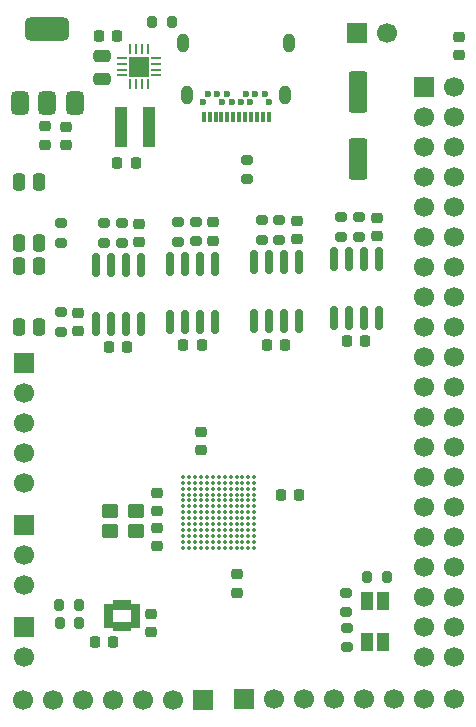
<source format=gbr>
%TF.GenerationSoftware,KiCad,Pcbnew,9.0.4*%
%TF.CreationDate,2025-09-29T22:44:47+03:00*%
%TF.ProjectId,Asius2,41736975-7332-42e6-9b69-6361645f7063,rev?*%
%TF.SameCoordinates,Original*%
%TF.FileFunction,Soldermask,Top*%
%TF.FilePolarity,Negative*%
%FSLAX46Y46*%
G04 Gerber Fmt 4.6, Leading zero omitted, Abs format (unit mm)*
G04 Created by KiCad (PCBNEW 9.0.4) date 2025-09-29 22:44:47*
%MOMM*%
%LPD*%
G01*
G04 APERTURE LIST*
G04 Aperture macros list*
%AMRoundRect*
0 Rectangle with rounded corners*
0 $1 Rounding radius*
0 $2 $3 $4 $5 $6 $7 $8 $9 X,Y pos of 4 corners*
0 Add a 4 corners polygon primitive as box body*
4,1,4,$2,$3,$4,$5,$6,$7,$8,$9,$2,$3,0*
0 Add four circle primitives for the rounded corners*
1,1,$1+$1,$2,$3*
1,1,$1+$1,$4,$5*
1,1,$1+$1,$6,$7*
1,1,$1+$1,$8,$9*
0 Add four rect primitives between the rounded corners*
20,1,$1+$1,$2,$3,$4,$5,0*
20,1,$1+$1,$4,$5,$6,$7,0*
20,1,$1+$1,$6,$7,$8,$9,0*
20,1,$1+$1,$8,$9,$2,$3,0*%
G04 Aperture macros list end*
%ADD10C,0.010000*%
%ADD11RoundRect,0.225000X0.250000X-0.225000X0.250000X0.225000X-0.250000X0.225000X-0.250000X-0.225000X0*%
%ADD12R,1.700000X1.700000*%
%ADD13C,1.700000*%
%ADD14RoundRect,0.200000X-0.200000X-0.275000X0.200000X-0.275000X0.200000X0.275000X-0.200000X0.275000X0*%
%ADD15RoundRect,0.225000X0.225000X0.250000X-0.225000X0.250000X-0.225000X-0.250000X0.225000X-0.250000X0*%
%ADD16RoundRect,0.225000X-0.250000X0.225000X-0.250000X-0.225000X0.250000X-0.225000X0.250000X0.225000X0*%
%ADD17RoundRect,0.250000X0.550000X-1.500000X0.550000X1.500000X-0.550000X1.500000X-0.550000X-1.500000X0*%
%ADD18RoundRect,0.062500X0.350000X0.062500X-0.350000X0.062500X-0.350000X-0.062500X0.350000X-0.062500X0*%
%ADD19RoundRect,0.062500X0.062500X0.350000X-0.062500X0.350000X-0.062500X-0.350000X0.062500X-0.350000X0*%
%ADD20R,1.680000X1.680000*%
%ADD21R,0.980000X3.400000*%
%ADD22RoundRect,0.250000X-0.475000X0.250000X-0.475000X-0.250000X0.475000X-0.250000X0.475000X0.250000X0*%
%ADD23RoundRect,0.225000X-0.225000X-0.250000X0.225000X-0.250000X0.225000X0.250000X-0.225000X0.250000X0*%
%ADD24R,0.300000X0.900000*%
%ADD25C,0.600000*%
%ADD26O,1.000000X1.600000*%
%ADD27RoundRect,0.200000X-0.275000X0.200000X-0.275000X-0.200000X0.275000X-0.200000X0.275000X0.200000X0*%
%ADD28RoundRect,0.150000X0.150000X-0.825000X0.150000X0.825000X-0.150000X0.825000X-0.150000X-0.825000X0*%
%ADD29RoundRect,0.200000X0.275000X-0.200000X0.275000X0.200000X-0.275000X0.200000X-0.275000X-0.200000X0*%
%ADD30C,0.350000*%
%ADD31R,1.000000X1.500000*%
%ADD32RoundRect,0.250000X-0.450000X-0.350000X0.450000X-0.350000X0.450000X0.350000X-0.450000X0.350000X0*%
%ADD33RoundRect,0.250000X0.250000X-0.475000X0.250000X0.475000X-0.250000X0.475000X-0.250000X-0.475000X0*%
%ADD34RoundRect,0.200000X0.200000X0.275000X-0.200000X0.275000X-0.200000X-0.275000X0.200000X-0.275000X0*%
%ADD35RoundRect,0.375000X0.375000X-0.625000X0.375000X0.625000X-0.375000X0.625000X-0.375000X-0.625000X0*%
%ADD36RoundRect,0.500000X1.400000X-0.500000X1.400000X0.500000X-1.400000X0.500000X-1.400000X-0.500000X0*%
G04 APERTURE END LIST*
D10*
%TO.C,U6*%
X78055000Y-122561200D02*
X77345000Y-122561200D01*
X77345000Y-122111200D01*
X78055000Y-122111200D01*
X78055000Y-122561200D01*
G36*
X78055000Y-122561200D02*
G01*
X77345000Y-122561200D01*
X77345000Y-122111200D01*
X78055000Y-122111200D01*
X78055000Y-122561200D01*
G37*
X78055000Y-122061200D02*
X77345000Y-122061200D01*
X77345000Y-121611200D01*
X78055000Y-121611200D01*
X78055000Y-122061200D01*
G36*
X78055000Y-122061200D02*
G01*
X77345000Y-122061200D01*
X77345000Y-121611200D01*
X78055000Y-121611200D01*
X78055000Y-122061200D01*
G37*
X78055000Y-121561200D02*
X77345000Y-121561200D01*
X77345000Y-121111200D01*
X78055000Y-121111200D01*
X78055000Y-121561200D01*
G36*
X78055000Y-121561200D02*
G01*
X77345000Y-121561200D01*
X77345000Y-121111200D01*
X78055000Y-121111200D01*
X78055000Y-121561200D01*
G37*
X78055000Y-121061200D02*
X77345000Y-121061200D01*
X77345000Y-120611200D01*
X78055000Y-120611200D01*
X78055000Y-121061200D01*
G36*
X78055000Y-121061200D02*
G01*
X77345000Y-121061200D01*
X77345000Y-120611200D01*
X78055000Y-120611200D01*
X78055000Y-121061200D01*
G37*
X77265000Y-121026200D02*
X76815000Y-121026200D01*
X76815000Y-120316200D01*
X77265000Y-120316200D01*
X77265000Y-121026200D01*
G36*
X77265000Y-121026200D02*
G01*
X76815000Y-121026200D01*
X76815000Y-120316200D01*
X77265000Y-120316200D01*
X77265000Y-121026200D01*
G37*
X77265000Y-122856200D02*
X76815000Y-122856200D01*
X76815000Y-122146200D01*
X77265000Y-122146200D01*
X77265000Y-122856200D01*
G36*
X77265000Y-122856200D02*
G01*
X76815000Y-122856200D01*
X76815000Y-122146200D01*
X77265000Y-122146200D01*
X77265000Y-122856200D01*
G37*
X76765000Y-121026200D02*
X76315000Y-121026200D01*
X76315000Y-120316200D01*
X76765000Y-120316200D01*
X76765000Y-121026200D01*
G36*
X76765000Y-121026200D02*
G01*
X76315000Y-121026200D01*
X76315000Y-120316200D01*
X76765000Y-120316200D01*
X76765000Y-121026200D01*
G37*
X76765000Y-122856200D02*
X76315000Y-122856200D01*
X76315000Y-122146200D01*
X76765000Y-122146200D01*
X76765000Y-122856200D01*
G36*
X76765000Y-122856200D02*
G01*
X76315000Y-122856200D01*
X76315000Y-122146200D01*
X76765000Y-122146200D01*
X76765000Y-122856200D01*
G37*
X76265000Y-121026200D02*
X75815000Y-121026200D01*
X75815000Y-120316200D01*
X76265000Y-120316200D01*
X76265000Y-121026200D01*
G36*
X76265000Y-121026200D02*
G01*
X75815000Y-121026200D01*
X75815000Y-120316200D01*
X76265000Y-120316200D01*
X76265000Y-121026200D01*
G37*
X76265000Y-122856200D02*
X75815000Y-122856200D01*
X75815000Y-122146200D01*
X76265000Y-122146200D01*
X76265000Y-122856200D01*
G36*
X76265000Y-122856200D02*
G01*
X75815000Y-122856200D01*
X75815000Y-122146200D01*
X76265000Y-122146200D01*
X76265000Y-122856200D01*
G37*
X75735000Y-122561200D02*
X75025000Y-122561200D01*
X75025000Y-122111200D01*
X75735000Y-122111200D01*
X75735000Y-122561200D01*
G36*
X75735000Y-122561200D02*
G01*
X75025000Y-122561200D01*
X75025000Y-122111200D01*
X75735000Y-122111200D01*
X75735000Y-122561200D01*
G37*
X75735000Y-122061200D02*
X75025000Y-122061200D01*
X75025000Y-121611200D01*
X75735000Y-121611200D01*
X75735000Y-122061200D01*
G36*
X75735000Y-122061200D02*
G01*
X75025000Y-122061200D01*
X75025000Y-121611200D01*
X75735000Y-121611200D01*
X75735000Y-122061200D01*
G37*
X75735000Y-121561200D02*
X75025000Y-121561200D01*
X75025000Y-121111200D01*
X75735000Y-121111200D01*
X75735000Y-121561200D01*
G36*
X75735000Y-121561200D02*
G01*
X75025000Y-121561200D01*
X75025000Y-121111200D01*
X75735000Y-121111200D01*
X75735000Y-121561200D01*
G37*
X75735000Y-121061200D02*
X75025000Y-121061200D01*
X75025000Y-120611200D01*
X75735000Y-120611200D01*
X75735000Y-121061200D01*
G36*
X75735000Y-121061200D02*
G01*
X75025000Y-121061200D01*
X75025000Y-120611200D01*
X75735000Y-120611200D01*
X75735000Y-121061200D01*
G37*
%TD*%
D11*
%TO.C,C41*%
X105150000Y-72615000D03*
X105150000Y-74165000D03*
%TD*%
D12*
%TO.C,J7*%
X96515000Y-72290000D03*
D13*
X99055000Y-72290000D03*
%TD*%
D14*
%TO.C,R11*%
X72955000Y-122266200D03*
X71305000Y-122266200D03*
%TD*%
%TO.C,R12*%
X72935000Y-120746200D03*
X71285000Y-120746200D03*
%TD*%
D15*
%TO.C,C12*%
X74275000Y-123871200D03*
X75825000Y-123871200D03*
%TD*%
D16*
%TO.C,C11*%
X79080000Y-121435000D03*
X79080000Y-122985000D03*
%TD*%
D17*
%TO.C,C40*%
X96590000Y-77310000D03*
X96590000Y-82910000D03*
%TD*%
D11*
%TO.C,C1*%
X71820000Y-80210000D03*
X71820000Y-81760000D03*
%TD*%
D18*
%TO.C,U8*%
X79502500Y-75872500D03*
X79502500Y-75372500D03*
X79502500Y-74872500D03*
X79502500Y-74372500D03*
D19*
X78790000Y-73660000D03*
X78290000Y-73660000D03*
X77790000Y-73660000D03*
X77290000Y-73660000D03*
D18*
X76577500Y-74372500D03*
X76577500Y-74872500D03*
X76577500Y-75372500D03*
X76577500Y-75872500D03*
D19*
X77290000Y-76585000D03*
X77790000Y-76585000D03*
X78290000Y-76585000D03*
X78790000Y-76585000D03*
D20*
X78040000Y-75122500D03*
%TD*%
D21*
%TO.C,L1*%
X78890000Y-80250000D03*
X76520000Y-80250000D03*
%TD*%
D15*
%TO.C,C44*%
X77735000Y-83250000D03*
X76185000Y-83250000D03*
%TD*%
D22*
%TO.C,C43*%
X74870000Y-74240000D03*
X74870000Y-76140000D03*
%TD*%
D23*
%TO.C,C42*%
X74620000Y-72570000D03*
X76170000Y-72570000D03*
%TD*%
D11*
%TO.C,C15*%
X72890000Y-97515000D03*
X72890000Y-95965000D03*
%TD*%
D15*
%TO.C,C10*%
X97155000Y-98380000D03*
X95605000Y-98380000D03*
%TD*%
%TO.C,C9*%
X77050000Y-98830000D03*
X75500000Y-98830000D03*
%TD*%
%TO.C,C6*%
X83345000Y-98720000D03*
X81795000Y-98720000D03*
%TD*%
%TO.C,C5*%
X90425000Y-98670000D03*
X88875000Y-98670000D03*
%TD*%
D24*
%TO.C,USBC1*%
X89010500Y-79360000D03*
X88510000Y-79360000D03*
X88010000Y-79360000D03*
X87510000Y-79360000D03*
X87010000Y-79360000D03*
X86510000Y-79360000D03*
X86010000Y-79360000D03*
X85510000Y-79360000D03*
X85010000Y-79360000D03*
X84510000Y-79360000D03*
X84010000Y-79360000D03*
X83510000Y-79360000D03*
D25*
X83460000Y-78150000D03*
X83860000Y-77450000D03*
X84660000Y-77450000D03*
X85060000Y-78150000D03*
X85460000Y-77450000D03*
X85860000Y-78150000D03*
X86660000Y-78150000D03*
X87060000Y-77450000D03*
X87460000Y-78150000D03*
X87860000Y-77450000D03*
X88660000Y-77450000D03*
X89060000Y-78150000D03*
D26*
X90390000Y-77560000D03*
X82130000Y-77560000D03*
X90750000Y-73150000D03*
X81770000Y-73150000D03*
%TD*%
D27*
%TO.C,R5*%
X82830000Y-88265000D03*
X82830000Y-89915000D03*
%TD*%
D12*
%TO.C,J2*%
X102160000Y-76890000D03*
D13*
X104700000Y-76890000D03*
X102160000Y-79430000D03*
X104700000Y-79430000D03*
X102160000Y-81970000D03*
X104700000Y-81970000D03*
X102160000Y-84510000D03*
X104700000Y-84510000D03*
X102160000Y-87050000D03*
X104700000Y-87050000D03*
X102160000Y-89590000D03*
X104700000Y-89590000D03*
X102160000Y-92130000D03*
X104700000Y-92130000D03*
X102160000Y-94670000D03*
X104700000Y-94670000D03*
X102160000Y-97210000D03*
X104700000Y-97210000D03*
X102160000Y-99750000D03*
X104700000Y-99750000D03*
X102160000Y-102290000D03*
X104700000Y-102290000D03*
X102160000Y-104830000D03*
X104700000Y-104830000D03*
X102160000Y-107370000D03*
X104700000Y-107370000D03*
X102160000Y-109910000D03*
X104700000Y-109910000D03*
X102160000Y-112450000D03*
X104700000Y-112450000D03*
X102160000Y-114990000D03*
X104700000Y-114990000D03*
X102160000Y-117530000D03*
X104700000Y-117530000D03*
X102160000Y-120070000D03*
X104700000Y-120070000D03*
X102160000Y-122610000D03*
X104700000Y-122610000D03*
X102160000Y-125150000D03*
X104700000Y-125150000D03*
%TD*%
D28*
%TO.C,U2*%
X87800000Y-96650000D03*
X89070000Y-96650000D03*
X90340000Y-96650000D03*
X91610000Y-96650000D03*
X91610000Y-91700000D03*
X90340000Y-91700000D03*
X89070000Y-91700000D03*
X87800000Y-91700000D03*
%TD*%
D12*
%TO.C,J5*%
X83410000Y-128720000D03*
D13*
X80870000Y-128720000D03*
X78330000Y-128720000D03*
X75790000Y-128720000D03*
X73250000Y-128720000D03*
X70710000Y-128720000D03*
X68170000Y-128720000D03*
%TD*%
D27*
%TO.C,R9*%
X96660000Y-87860000D03*
X96660000Y-89510000D03*
%TD*%
D11*
%TO.C,C2*%
X70050000Y-81730000D03*
X70050000Y-80180000D03*
%TD*%
D29*
%TO.C,R10*%
X95160000Y-89510000D03*
X95160000Y-87860000D03*
%TD*%
D30*
%TO.C,U7*%
X81790000Y-109860000D03*
X82290000Y-109860000D03*
X82790000Y-109860000D03*
X83290000Y-109860000D03*
X83790000Y-109860000D03*
X84290000Y-109860000D03*
X84790000Y-109860000D03*
X85290000Y-109860000D03*
X85790000Y-109860000D03*
X86290000Y-109860000D03*
X86790000Y-109860000D03*
X87290000Y-109860000D03*
X87790000Y-109860000D03*
X81790000Y-110360000D03*
X82290000Y-110360000D03*
X82790000Y-110360000D03*
X83290000Y-110360000D03*
X83790000Y-110360000D03*
X84290000Y-110360000D03*
X84790000Y-110360000D03*
X85290000Y-110360000D03*
X85790000Y-110360000D03*
X86290000Y-110360000D03*
X86790000Y-110360000D03*
X87290000Y-110360000D03*
X87790000Y-110360000D03*
X81790000Y-110860000D03*
X82290000Y-110860000D03*
X82790000Y-110860000D03*
X83290000Y-110860000D03*
X83790000Y-110860000D03*
X84290000Y-110860000D03*
X84790000Y-110860000D03*
X85290000Y-110860000D03*
X85790000Y-110860000D03*
X86290000Y-110860000D03*
X86790000Y-110860000D03*
X87290000Y-110860000D03*
X87790000Y-110860000D03*
X81790000Y-111360000D03*
X82290000Y-111360000D03*
X82790000Y-111360000D03*
X83290000Y-111360000D03*
X83790000Y-111360000D03*
X84290000Y-111360000D03*
X84790000Y-111360000D03*
X85290000Y-111360000D03*
X85790000Y-111360000D03*
X86290000Y-111360000D03*
X86790000Y-111360000D03*
X87290000Y-111360000D03*
X87790000Y-111360000D03*
X81790000Y-111860000D03*
X82290000Y-111860000D03*
X82790000Y-111860000D03*
X83290000Y-111860000D03*
X83790000Y-111860000D03*
X84290000Y-111860000D03*
X84790000Y-111860000D03*
X85290000Y-111860000D03*
X85790000Y-111860000D03*
X86290000Y-111860000D03*
X86790000Y-111860000D03*
X87290000Y-111860000D03*
X87790000Y-111860000D03*
X81790000Y-112360000D03*
X82290000Y-112360000D03*
X82790000Y-112360000D03*
X83290000Y-112360000D03*
X83790000Y-112360000D03*
X84290000Y-112360000D03*
X84790000Y-112360000D03*
X85290000Y-112360000D03*
X85790000Y-112360000D03*
X86290000Y-112360000D03*
X86790000Y-112360000D03*
X87290000Y-112360000D03*
X87790000Y-112360000D03*
X81790000Y-112860000D03*
X82290000Y-112860000D03*
X82790000Y-112860000D03*
X83290000Y-112860000D03*
X83790000Y-112860000D03*
X84290000Y-112860000D03*
X84790000Y-112860000D03*
X85290000Y-112860000D03*
X85790000Y-112860000D03*
X86290000Y-112860000D03*
X86790000Y-112860000D03*
X87290000Y-112860000D03*
X87790000Y-112860000D03*
X81790000Y-113360000D03*
X82290000Y-113360000D03*
X82790000Y-113360000D03*
X83290000Y-113360000D03*
X83790000Y-113360000D03*
X84290000Y-113360000D03*
X84790000Y-113360000D03*
X85290000Y-113360000D03*
X85790000Y-113360000D03*
X86290000Y-113360000D03*
X86790000Y-113360000D03*
X87290000Y-113360000D03*
X87790000Y-113360000D03*
X81790000Y-113860000D03*
X82290000Y-113860000D03*
X82790000Y-113860000D03*
X83290000Y-113860000D03*
X83790000Y-113860000D03*
X84290000Y-113860000D03*
X84790000Y-113860000D03*
X85290000Y-113860000D03*
X85790000Y-113860000D03*
X86290000Y-113860000D03*
X86790000Y-113860000D03*
X87290000Y-113860000D03*
X87790000Y-113860000D03*
X81790000Y-114360000D03*
X82290000Y-114360000D03*
X82790000Y-114360000D03*
X83290000Y-114360000D03*
X83790000Y-114360000D03*
X84290000Y-114360000D03*
X84790000Y-114360000D03*
X85290000Y-114360000D03*
X85790000Y-114360000D03*
X86290000Y-114360000D03*
X86790000Y-114360000D03*
X87290000Y-114360000D03*
X87790000Y-114360000D03*
X81790000Y-114860000D03*
X82290000Y-114860000D03*
X82790000Y-114860000D03*
X83290000Y-114860000D03*
X83790000Y-114860000D03*
X84290000Y-114860000D03*
X84790000Y-114860000D03*
X85290000Y-114860000D03*
X85790000Y-114860000D03*
X86290000Y-114860000D03*
X86790000Y-114860000D03*
X87290000Y-114860000D03*
X87790000Y-114860000D03*
X81790000Y-115360000D03*
X82290000Y-115360000D03*
X82790000Y-115360000D03*
X83290000Y-115360000D03*
X83790000Y-115360000D03*
X84290000Y-115360000D03*
X84790000Y-115360000D03*
X85290000Y-115360000D03*
X85790000Y-115360000D03*
X86290000Y-115360000D03*
X86790000Y-115360000D03*
X87290000Y-115360000D03*
X87790000Y-115360000D03*
X81790000Y-115860000D03*
X82290000Y-115860000D03*
X82790000Y-115860000D03*
X83290000Y-115860000D03*
X83790000Y-115860000D03*
X84290000Y-115860000D03*
X84790000Y-115860000D03*
X85290000Y-115860000D03*
X85790000Y-115860000D03*
X86290000Y-115860000D03*
X86790000Y-115860000D03*
X87290000Y-115860000D03*
X87790000Y-115860000D03*
%TD*%
D11*
%TO.C,C13*%
X79530000Y-112755000D03*
X79530000Y-111205000D03*
%TD*%
D16*
%TO.C,C14*%
X79540000Y-114160000D03*
X79540000Y-115710000D03*
%TD*%
D28*
%TO.C,U3*%
X80675000Y-96765000D03*
X81945000Y-96765000D03*
X83215000Y-96765000D03*
X84485000Y-96765000D03*
X84485000Y-91815000D03*
X83215000Y-91815000D03*
X81945000Y-91815000D03*
X80675000Y-91815000D03*
%TD*%
D27*
%TO.C,R14*%
X95590000Y-119665000D03*
X95590000Y-121315000D03*
%TD*%
D29*
%TO.C,R4*%
X88405000Y-89800000D03*
X88405000Y-88150000D03*
%TD*%
D11*
%TO.C,C3*%
X91405000Y-89750000D03*
X91405000Y-88200000D03*
%TD*%
D16*
%TO.C,C19*%
X86290000Y-118125000D03*
X86290000Y-119675000D03*
%TD*%
D31*
%TO.C,D1*%
X98720000Y-120330000D03*
X97320000Y-120330000D03*
X97320000Y-123830000D03*
X98720000Y-123830000D03*
%TD*%
D12*
%TO.C,J1*%
X68250000Y-122560000D03*
D13*
X68250000Y-125100000D03*
%TD*%
D27*
%TO.C,R15*%
X95630000Y-122645000D03*
X95630000Y-124295000D03*
%TD*%
D12*
%TO.C,J6*%
X68300000Y-100190000D03*
D13*
X68300000Y-102730000D03*
X68300000Y-105270000D03*
X68300000Y-107810000D03*
X68300000Y-110350000D03*
%TD*%
D12*
%TO.C,J4*%
X68250000Y-113920000D03*
D13*
X68250000Y-116460000D03*
X68250000Y-119000000D03*
%TD*%
D27*
%TO.C,R3*%
X89905000Y-88150000D03*
X89905000Y-89800000D03*
%TD*%
D32*
%TO.C,Y1*%
X75560000Y-114430000D03*
X77760000Y-114430000D03*
X77760000Y-112730000D03*
X75560000Y-112730000D03*
%TD*%
D33*
%TO.C,SW1*%
X67830000Y-90025000D03*
X67830000Y-84875000D03*
X69530000Y-90025000D03*
X69530000Y-84875000D03*
%TD*%
D29*
%TO.C,R6*%
X81330000Y-89940000D03*
X81330000Y-88290000D03*
%TD*%
D27*
%TO.C,R2*%
X87200000Y-83020000D03*
X87200000Y-84670000D03*
%TD*%
D29*
%TO.C,R8*%
X75070000Y-90050000D03*
X75070000Y-88400000D03*
%TD*%
D34*
%TO.C,R1*%
X80815000Y-71370000D03*
X79165000Y-71370000D03*
%TD*%
D27*
%TO.C,R7*%
X76570000Y-88375000D03*
X76570000Y-90025000D03*
%TD*%
D12*
%TO.C,J3*%
X86960000Y-128700000D03*
D13*
X89500000Y-128700000D03*
X92040000Y-128700000D03*
X94580000Y-128700000D03*
X97120000Y-128700000D03*
X99660000Y-128700000D03*
X102200000Y-128700000D03*
X104740000Y-128700000D03*
%TD*%
D14*
%TO.C,R13*%
X97355000Y-118350000D03*
X99005000Y-118350000D03*
%TD*%
D23*
%TO.C,C18*%
X90020000Y-111380000D03*
X91570000Y-111380000D03*
%TD*%
D28*
%TO.C,U5*%
X94505000Y-96385000D03*
X95775000Y-96385000D03*
X97045000Y-96385000D03*
X98315000Y-96385000D03*
X98315000Y-91435000D03*
X97045000Y-91435000D03*
X95775000Y-91435000D03*
X94505000Y-91435000D03*
%TD*%
D11*
%TO.C,C7*%
X78070000Y-89975000D03*
X78070000Y-88425000D03*
%TD*%
D35*
%TO.C,U1*%
X67970000Y-78230000D03*
X70270000Y-78230000D03*
D36*
X70270000Y-71930000D03*
D35*
X72570000Y-78230000D03*
%TD*%
D11*
%TO.C,C8*%
X98160000Y-89485000D03*
X98160000Y-87935000D03*
%TD*%
D28*
%TO.C,U4*%
X74415000Y-96875000D03*
X75685000Y-96875000D03*
X76955000Y-96875000D03*
X78225000Y-96875000D03*
X78225000Y-91925000D03*
X76955000Y-91925000D03*
X75685000Y-91925000D03*
X74415000Y-91925000D03*
%TD*%
D11*
%TO.C,C17*%
X83290000Y-107605000D03*
X83290000Y-106055000D03*
%TD*%
D27*
%TO.C,R17*%
X71430000Y-95910000D03*
X71430000Y-97560000D03*
%TD*%
D33*
%TO.C,SW2*%
X67850000Y-97175000D03*
X67850000Y-92025000D03*
X69550000Y-97175000D03*
X69550000Y-92025000D03*
%TD*%
D11*
%TO.C,C4*%
X84330000Y-89865000D03*
X84330000Y-88315000D03*
%TD*%
D29*
%TO.C,R16*%
X71450000Y-90045000D03*
X71450000Y-88395000D03*
%TD*%
M02*

</source>
